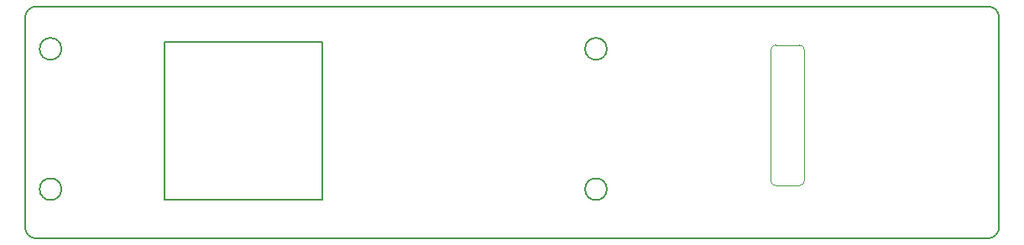
<source format=gbr>
G04 #@! TF.GenerationSoftware,KiCad,Pcbnew,(5.1.6-0-10_14)*
G04 #@! TF.CreationDate,2023-01-09T16:42:19+09:00*
G04 #@! TF.ProjectId,cool644,636f6f6c-3634-4342-9e6b-696361645f70,rev?*
G04 #@! TF.SameCoordinates,Original*
G04 #@! TF.FileFunction,Profile,NP*
%FSLAX46Y46*%
G04 Gerber Fmt 4.6, Leading zero omitted, Abs format (unit mm)*
G04 Created by KiCad (PCBNEW (5.1.6-0-10_14)) date 2023-01-09 16:42:19*
%MOMM*%
%LPD*%
G01*
G04 APERTURE LIST*
G04 #@! TA.AperFunction,Profile*
%ADD10C,0.150000*%
G04 #@! TD*
G04 #@! TA.AperFunction,Profile*
%ADD11C,0.050000*%
G04 #@! TD*
G04 APERTURE END LIST*
D10*
X120130000Y50830000D02*
X136080000Y50830000D01*
X164780000Y35950000D02*
G75*
G03*
X164780000Y35950000I-1100000J0D01*
G01*
X109760000Y35950000D02*
G75*
G03*
X109760000Y35950000I-1100000J0D01*
G01*
X164780000Y50110000D02*
G75*
G03*
X164780000Y50110000I-1100000J0D01*
G01*
X106100000Y32100000D02*
X106100000Y53270000D01*
X203220000Y30980000D02*
G75*
G03*
X204340000Y32100000I0J1120000D01*
G01*
X107220000Y54390000D02*
X203220000Y54390000D01*
X203220000Y30980000D02*
X107220000Y30980000D01*
X106100000Y32100000D02*
G75*
G03*
X107220000Y30980000I1120000J0D01*
G01*
X204340000Y32100000D02*
X204340000Y53270000D01*
X204340000Y53270000D02*
G75*
G03*
X203220000Y54390000I-1120000J0D01*
G01*
X107220000Y54390000D02*
G75*
G03*
X106100000Y53270000I0J-1120000D01*
G01*
X136080000Y50830000D02*
X136080000Y34860000D01*
X136080000Y34860000D02*
X120120000Y34860000D01*
X109760000Y50110000D02*
G75*
G03*
X109760000Y50110000I-1100000J0D01*
G01*
X120120000Y34860000D02*
X120130000Y50830000D01*
D11*
X181835000Y36300000D02*
X184185000Y36300000D01*
X184185000Y50500000D02*
X181835000Y50500000D01*
X184710000Y36825000D02*
X184710000Y49975000D01*
X181310000Y49975000D02*
X181310000Y36825000D01*
X184710000Y36825000D02*
G75*
G02*
X184185000Y36300000I-525000J0D01*
G01*
X181835000Y36300000D02*
G75*
G02*
X181310000Y36825000I0J525000D01*
G01*
X184185000Y50500000D02*
G75*
G02*
X184710000Y49975000I0J-525000D01*
G01*
X181310000Y49975000D02*
G75*
G02*
X181835000Y50500000I525000J0D01*
G01*
M02*

</source>
